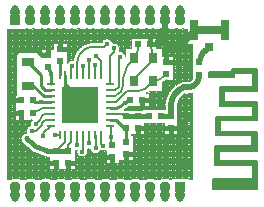
<source format=gtl>
G04*
G04 #@! TF.GenerationSoftware,Altium Limited,Altium Designer,21.0.3 (12)*
G04*
G04 Layer_Physical_Order=1*
G04 Layer_Color=255*
%FSLAX24Y24*%
%MOIN*%
G70*
G04*
G04 #@! TF.SameCoordinates,1E16EE85-DA87-49D5-AC5D-84A0441416AD*
G04*
G04*
G04 #@! TF.FilePolarity,Positive*
G04*
G01*
G75*
%ADD10C,0.0070*%
%ADD11C,0.0060*%
%ADD12C,0.0090*%
%ADD15R,0.0208X0.0208*%
%ADD16R,0.0188X0.0228*%
%ADD17R,0.0288X0.0668*%
%ADD18R,0.0258X0.0288*%
%ADD19R,0.0308X0.0368*%
%ADD20R,0.0188X0.0228*%
%ADD21R,0.0448X0.0288*%
%ADD22R,0.1228X0.1228*%
%ADD23R,0.0304X0.0098*%
%ADD24R,0.0098X0.0304*%
%ADD25R,0.0228X0.0188*%
%ADD41C,0.0180*%
%ADD42C,0.0080*%
%ADD43C,0.0190*%
%ADD44C,0.0043*%
%ADD45C,0.0200*%
%ADD46C,0.0220*%
%ADD47C,0.0110*%
%ADD48C,0.0250*%
%ADD49C,0.0160*%
%ADD50C,0.0157*%
%ADD51R,0.0820X0.0170*%
%ADD52R,0.0845X0.0140*%
%ADD53R,0.0135X0.0635*%
%ADD54R,0.1255X0.0130*%
%ADD55R,0.0145X0.0625*%
%ADD56R,0.1135X0.0130*%
%ADD57R,0.0135X0.0620*%
%ADD58R,0.1260X0.0125*%
%ADD59R,0.0140X0.0620*%
%ADD60R,0.1265X0.0115*%
%ADD61R,0.0115X0.0625*%
%ADD62R,0.0165X0.0510*%
%ADD63R,0.0180X0.0625*%
%ADD64R,0.1395X0.0160*%
%ADD65R,0.0145X0.0640*%
%ADD66R,0.1270X0.0135*%
%ADD67R,0.0145X0.0945*%
%ADD68R,0.1490X0.0330*%
%ADD69R,0.0378X0.0378*%
%ADD70O,0.0348X0.0378*%
%ADD71C,0.0378*%
%ADD72C,0.0259*%
%ADD73C,0.0159*%
D10*
X4250Y2930D02*
Y3260D01*
Y2695D02*
Y2930D01*
X3506Y4990D02*
Y5504D01*
X3500Y5510D02*
X3506Y5504D01*
X3703Y4990D02*
Y5342D01*
X4200Y4690D02*
Y5635D01*
X4335Y5770D01*
Y5895D01*
X3900Y4990D02*
Y5480D01*
X3730Y5650D02*
X3900Y5480D01*
X4200Y4493D02*
X4378D01*
X4495Y4610D01*
Y5570D01*
X4530Y5605D01*
X5520Y6025D02*
X5570Y5965D01*
X5620Y5560D01*
X5000Y4810D02*
Y4875D01*
X5620Y5495D01*
Y5560D01*
X4200Y3310D02*
X4250Y3260D01*
Y2695D02*
X4285Y2660D01*
X3703Y3010D02*
X3725Y2988D01*
Y2565D02*
Y2988D01*
X3309Y2484D02*
Y3010D01*
X3275Y2450D02*
X3309Y2484D01*
X2225Y3305D02*
Y3310D01*
X1985Y3065D02*
X2225Y3305D01*
X1985Y2980D02*
Y3065D01*
D11*
X5620Y4790D02*
G03*
X6075Y5045I-18J566D01*
G01*
X4366Y4296D02*
G03*
X4650Y4680I-119J385D01*
G01*
X5000Y5560D02*
G03*
X4650Y4940I656J-779D01*
G01*
X5150Y4460D02*
G03*
X5380Y4550I-88J562D01*
G01*
X5620Y4790D02*
Y4790D01*
X5380Y4550D02*
X5620Y4790D01*
X5000Y5560D02*
X5120Y5830D01*
X5000Y5560D02*
X5000Y5560D01*
X4366Y4296D02*
X4366D01*
X4200D02*
X4366D01*
X4650Y4680D02*
Y4940D01*
X7505Y4935D02*
Y5105D01*
Y4935D02*
X8325D01*
X7505Y5105D02*
X8265D01*
X5120Y5830D02*
Y6025D01*
X4200Y4099D02*
X4409D01*
X4770Y4460D01*
X5150D01*
X5620Y4790D02*
Y4810D01*
X2052Y3507D02*
X2225D01*
X1945Y3400D02*
X2052Y3507D01*
X1945Y3335D02*
Y3400D01*
X1750Y3140D02*
X1945Y3335D01*
X1590Y3140D02*
X1750D01*
X1725Y3370D02*
X1735D01*
X1855Y3490D01*
X1945Y3645D01*
X2015Y3700D01*
X2019Y3704D01*
X2225D01*
X1984Y3901D02*
X2225D01*
X1820Y3835D02*
X1984Y3901D01*
X1650Y3735D02*
X1820Y3835D01*
X8325Y4935D02*
Y5065D01*
X8965D01*
Y4600D02*
Y5065D01*
X7855Y4600D02*
X8965D01*
X7855Y3975D02*
Y4600D01*
Y3975D02*
X8955D01*
Y3610D02*
Y3975D01*
X7735Y3610D02*
X8955D01*
X7735Y2990D02*
Y3610D01*
Y2990D02*
X8945D01*
Y2640D02*
Y2990D01*
X7715Y2640D02*
X8945D01*
X7715Y2000D02*
Y2640D01*
Y2000D02*
X8960D01*
Y1520D02*
Y2000D01*
X7620Y1520D02*
X8960D01*
X7620Y1190D02*
Y1520D01*
Y1190D02*
X9110D01*
Y2135D01*
X7850D02*
X9110D01*
X7850D02*
Y2480D01*
X9110D01*
Y3105D01*
X7875D02*
X9110D01*
X7875D02*
Y3485D01*
X9110D01*
Y4105D01*
X7990D02*
X9110D01*
X7990D02*
Y4470D01*
X9110D01*
Y5205D01*
X8265D02*
X9110D01*
X8265Y5105D02*
Y5205D01*
D12*
X4426Y3901D02*
G03*
X4690Y4070I-61J386D01*
G01*
X2225Y4690D02*
Y5105D01*
X2717Y4710D02*
X2807Y4602D01*
X2717Y4710D02*
Y4990D01*
Y4527D02*
Y4710D01*
X2816Y4591D02*
X2816Y4591D01*
X2715Y4525D02*
X2816Y4591D01*
X2807Y4602D02*
X2816Y4591D01*
X2905Y4485D01*
X4200Y3901D02*
X4426D01*
X1716Y4099D02*
X2225D01*
X4690Y4070D02*
X4800Y4180D01*
X1650Y4165D02*
X1716Y4099D01*
X1994Y4296D02*
X2225D01*
X1640Y4650D02*
X1994Y4296D01*
X1460Y4650D02*
X1640D01*
X2135Y5195D02*
X2225Y5105D01*
X2135Y5195D02*
Y5265D01*
X2047Y4493D02*
X2225D01*
X1895Y4645D02*
X2047Y4493D01*
X1895Y4645D02*
Y5005D01*
X1470Y5430D02*
X1895Y5005D01*
X2520Y4990D02*
Y5460D01*
X2715Y4525D02*
X2717Y4527D01*
X2715Y4525D02*
X2905Y4485D01*
X4200Y3507D02*
X4403D01*
X4675Y3235D01*
X4735D01*
X4800Y4180D02*
X4885D01*
D15*
X7165Y5425D02*
D03*
D16*
X7170Y5015D02*
D03*
X1650Y4165D02*
D03*
Y3735D02*
D03*
X5490Y3630D02*
D03*
X5890D02*
D03*
X4885Y4180D02*
D03*
X5285D02*
D03*
X7170Y5015D02*
D03*
X7570D02*
D03*
X5120Y6025D02*
D03*
X5520D02*
D03*
D17*
X7010Y6485D02*
D03*
X8025D02*
D03*
D18*
X7515Y5930D02*
D03*
D19*
X5620Y5560D02*
D03*
X5000Y4810D02*
D03*
Y5560D02*
D03*
X5620Y4810D02*
D03*
D20*
X1250Y4165D02*
D03*
Y3735D02*
D03*
D21*
X1460Y5430D02*
D03*
Y4650D02*
D03*
D22*
X3215Y4005D02*
D03*
D23*
X4200Y4493D02*
D03*
Y4296D02*
D03*
Y4099D02*
D03*
Y3901D02*
D03*
Y3704D02*
D03*
Y3507D02*
D03*
X2225D02*
D03*
Y3704D02*
D03*
Y3901D02*
D03*
Y4099D02*
D03*
Y4296D02*
D03*
Y4493D02*
D03*
X4200Y4690D02*
D03*
Y3310D02*
D03*
X2225D02*
D03*
Y4690D02*
D03*
D24*
X3703Y3010D02*
D03*
X3506D02*
D03*
X3309D02*
D03*
X3111D02*
D03*
X2914D02*
D03*
X2717D02*
D03*
Y4990D02*
D03*
X2914D02*
D03*
X3111D02*
D03*
X3309D02*
D03*
X3506D02*
D03*
X3703D02*
D03*
X3900Y3010D02*
D03*
X2520D02*
D03*
Y4990D02*
D03*
X3900D02*
D03*
D25*
X2135Y5265D02*
D03*
Y5665D02*
D03*
X2530Y5470D02*
D03*
Y5870D02*
D03*
X2395Y2080D02*
D03*
Y2480D02*
D03*
X2810Y2070D02*
D03*
Y2470D02*
D03*
X4285Y2260D02*
D03*
Y2660D02*
D03*
X4730Y2380D02*
D03*
Y2780D02*
D03*
X4735Y3235D02*
D03*
Y3635D02*
D03*
X5125Y3235D02*
D03*
Y3635D02*
D03*
X6225Y3230D02*
D03*
Y3630D02*
D03*
X6075Y5045D02*
D03*
Y5445D02*
D03*
D41*
X1425Y2885D02*
G03*
X2110Y2470I869J661D01*
G01*
X4740Y3630D02*
X5490D01*
X2110Y2470D02*
X2810D01*
X5890Y3630D02*
X6225D01*
D42*
X3555Y5935D02*
G03*
X3111Y5421I98J-533D01*
G01*
X2914Y4990D02*
Y5289D01*
X2925Y5300D01*
X3309Y4990D02*
Y5306D01*
X3900Y2715D02*
Y3010D01*
Y2715D02*
X3965Y2650D01*
X3111Y2679D02*
Y3010D01*
X3506Y2729D02*
Y3010D01*
X2914Y2774D02*
Y3010D01*
X2810Y2670D02*
X2914Y2774D01*
X2810Y2470D02*
Y2670D01*
X2370Y3005D02*
X2515D01*
X2717Y2782D02*
Y3010D01*
X2415Y2480D02*
X2717Y2782D01*
X2395Y2480D02*
X2415D01*
X3111Y4990D02*
Y5421D01*
X4000Y5935D02*
X4095Y6030D01*
X3555Y5935D02*
X4000D01*
X4200Y3704D02*
X4591D01*
X4660Y3635D01*
X4735D01*
D43*
X6810Y4585D02*
G03*
X7170Y5015I-31J391D01*
G01*
X6645Y4585D02*
G03*
X6235Y4010I253J-614D01*
G01*
X7515Y5930D02*
G03*
X7165Y5425I310J-589D01*
G01*
X6645Y4585D02*
X6810D01*
X6810D01*
X6225Y3630D02*
X6235Y3640D01*
Y4010D01*
D44*
X1221Y1525D02*
G03*
X869Y1525I-176J-245D01*
G01*
X1720D02*
G03*
X1369Y1525I-176J-245D01*
G01*
X2219D02*
G03*
X1868Y1525I-176J-245D01*
G01*
X2076Y2271D02*
G03*
X2110Y2268I34J199D01*
G01*
X1406Y3086D02*
G03*
X1264Y2763I19J-201D01*
G01*
D02*
G03*
X2076Y2271I1030J784D01*
G01*
X1539Y3325D02*
G03*
X1406Y3086I51J-185D01*
G01*
X1593Y3509D02*
G03*
X1539Y3325I132J-139D01*
G01*
X2718Y1525D02*
G03*
X2367Y1525I-176J-245D01*
G01*
X3217D02*
G03*
X2866Y1525I-176J-245D01*
G01*
X3716D02*
G03*
X3365Y1525I-176J-245D01*
G01*
X4215D02*
G03*
X3864Y1525I-176J-245D01*
G01*
X3036Y2500D02*
G03*
X3087Y2485I79J175D01*
G01*
D02*
G03*
X3467Y2450I188J-35D01*
G01*
D02*
G03*
X3456Y2514I-192J0D01*
G01*
Y2538D02*
G03*
X3537Y2529I59J182D01*
G01*
D02*
G03*
X3893Y2472I188J36D01*
G01*
D02*
G03*
X4059Y2483I72J178D01*
G01*
X1215Y5757D02*
G03*
X1058Y5600I0J-157D01*
G01*
X1215Y5757D02*
G03*
X1058Y5600I0J-157D01*
G01*
X1816Y5711D02*
G03*
X1705Y5757I-111J-111D01*
G01*
X1816Y5711D02*
G03*
X1705Y5757I-111J-111D01*
G01*
X1405Y6550D02*
G03*
X1673Y6550I134J270D01*
G01*
X2964Y5488D02*
G03*
X2773Y5417I-39J-188D01*
G01*
X3526Y6084D02*
G03*
X2964Y5488I127J-683D01*
G01*
X4280Y6079D02*
G03*
X3912Y6087I-185J-49D01*
G01*
X1904Y6550D02*
G03*
X2172Y6550I134J270D01*
G01*
X2403D02*
G03*
X2671Y6550I134J270D01*
G01*
X2902D02*
G03*
X3170Y6550I134J270D01*
G01*
X3401D02*
G03*
X3669Y6550I134J270D01*
G01*
X3901D02*
G03*
X4169Y6550I134J270D01*
G01*
X4714Y1525D02*
G03*
X4363Y1525I-176J-245D01*
G01*
X5213D02*
G03*
X4862Y1525I-176J-245D01*
G01*
X5712D02*
G03*
X5361Y1525I-176J-245D01*
G01*
X4684Y3841D02*
G03*
X4736Y3884I-319J446D01*
G01*
X6211Y1525D02*
G03*
X5860Y1525I-176J-245D01*
G01*
X4718Y5644D02*
G03*
X4498Y5794I-188J-39D01*
G01*
D02*
G03*
X4527Y5895I-163J101D01*
G01*
D02*
G03*
X4280Y6079I-192J0D01*
G01*
X4736Y3884D02*
G03*
X4842Y3954I-46J186D01*
G01*
X5418Y4406D02*
G03*
X5458Y4431I-356J616D01*
G01*
X5947Y4737D02*
G03*
X6086Y4839I-346J619D01*
G01*
X4400Y6550D02*
G03*
X4668Y6550I134J270D01*
G01*
X4899D02*
G03*
X5167Y6550I134J270D01*
G01*
X5398D02*
G03*
X5666Y6550I134J270D01*
G01*
X6566Y4777D02*
G03*
X6028Y4022I332J-805D01*
G01*
X6690Y4378D02*
G03*
X6442Y4003I208J-407D01*
G01*
X6826Y4378D02*
G03*
X6945Y4400I-47J598D01*
G01*
X6645Y4792D02*
G03*
X6566Y4777I0J-207D01*
G01*
X6800Y4792D02*
G03*
X6945Y4893I-21J184D01*
G01*
X5897Y6550D02*
G03*
X6165Y6550I134J270D01*
G01*
X6396D02*
G03*
X6664Y6550I134J270D01*
G01*
X767Y1525D02*
X869D01*
X1221D02*
X1369D01*
X767Y1540D02*
X892D01*
X767Y1579D02*
X1008D01*
X1198Y1540D02*
X1391D01*
X767Y1894D02*
X2169D01*
X1082Y1579D02*
X1507D01*
X767Y1933D02*
X2169D01*
X767Y1973D02*
X2169D01*
X1426Y1557D02*
Y2587D01*
X1465Y1571D02*
Y2552D01*
X767Y2288D02*
X1993D01*
X767Y2327D02*
X1860D01*
X767Y2366D02*
X1762D01*
X767Y2406D02*
X1682D01*
X767Y2445D02*
X1614D01*
X767Y2485D02*
X1554D01*
X767Y2524D02*
X1500D01*
X767Y2012D02*
X2169D01*
X767Y2052D02*
X2169D01*
X767Y2091D02*
X2169D01*
X767Y2130D02*
X2169D01*
X767Y2170D02*
X2169D01*
X767Y2209D02*
X2169D01*
X767Y2248D02*
X2169D01*
X1780Y1525D02*
Y2359D01*
X1819Y1525D02*
Y2342D01*
X1859Y1525D02*
Y2327D01*
X1662Y1557D02*
Y2417D01*
X1741Y1525D02*
Y2376D01*
X1701Y1537D02*
Y2396D01*
X1720Y1525D02*
X1868D01*
X1697Y1540D02*
X1890D01*
X1898Y1544D02*
Y2314D01*
X2174Y1552D02*
Y1874D01*
X2213Y1529D02*
Y1874D01*
X2253Y1525D02*
Y1874D01*
X1581Y1579D02*
X2006D01*
X1938Y1562D02*
Y2302D01*
X1977Y1574D02*
Y2292D01*
X1505Y1579D02*
Y2521D01*
X1544Y1581D02*
Y2492D01*
X1583Y1579D02*
Y2465D01*
X1623Y1571D02*
Y2440D01*
X2056Y1581D02*
Y2274D01*
X2095Y1577D02*
Y2268D01*
X2016Y1580D02*
Y2282D01*
X2110Y2268D02*
X2169D01*
X2134Y1567D02*
Y2268D01*
X2169Y1874D02*
Y2268D01*
X767Y2800D02*
X1242D01*
X767Y2878D02*
X1223D01*
X767Y2918D02*
X1225D01*
X767Y1525D02*
Y6519D01*
X796Y1525D02*
Y6519D01*
X835Y1525D02*
Y6519D01*
X767Y2563D02*
X1452D01*
X767Y2603D02*
X1408D01*
X767Y2642D02*
X1368D01*
X767Y2681D02*
X1331D01*
X767Y2721D02*
X1297D01*
X767Y2760D02*
X1266D01*
X767Y2839D02*
X1228D01*
X767Y2957D02*
X1236D01*
X767Y2996D02*
X1256D01*
X767Y3036D02*
X1290D01*
X767Y3075D02*
X1356D01*
X767Y3115D02*
X1400D01*
X767Y3154D02*
X1399D01*
X767Y3193D02*
X1406D01*
X767Y3233D02*
X1422D01*
X767Y3272D02*
X1451D01*
X767Y3311D02*
X1504D01*
X767Y3351D02*
X1534D01*
X767Y3390D02*
X1534D01*
X767Y3429D02*
X1543D01*
X767Y3469D02*
X1561D01*
X875Y1529D02*
Y6519D01*
X1071Y1580D02*
Y3509D01*
X1111Y1574D02*
Y3509D01*
X914Y1551D02*
Y6519D01*
X953Y1567D02*
Y6519D01*
X993Y1577D02*
Y6519D01*
X1032Y1581D02*
Y6519D01*
X1308Y1525D02*
Y2708D01*
X1347Y1525D02*
Y2664D01*
X1386Y1537D02*
Y2624D01*
X1190Y1544D02*
Y3509D01*
X1150Y1562D02*
Y3509D01*
X1229Y1525D02*
Y2836D01*
X1268Y1525D02*
Y2757D01*
X1229Y2934D02*
Y3509D01*
X1268Y3013D02*
Y3509D01*
X1308Y3050D02*
Y3509D01*
X1347Y3072D02*
Y3509D01*
X1386Y3083D02*
Y3509D01*
X1426Y3239D02*
Y3509D01*
X1465Y3286D02*
Y3509D01*
X1505Y3312D02*
Y3509D01*
X1544Y3433D02*
Y3509D01*
X2196Y1540D02*
X2389D01*
X2219Y1525D02*
X2367D01*
X2292D02*
Y1874D01*
X2331Y1525D02*
Y1874D01*
X2371Y1528D02*
Y1874D01*
X2410Y1551D02*
Y1874D01*
X2081Y1579D02*
X2505D01*
X2695Y1540D02*
X2888D01*
X2580Y1579D02*
X3004D01*
X2449Y1567D02*
Y1874D01*
X2489Y1577D02*
Y1874D01*
X2528Y1581D02*
Y1874D01*
X2169D02*
X2584D01*
X2567Y1580D02*
Y1874D01*
X2607Y1574D02*
Y1864D01*
X2584Y1874D02*
X2621D01*
X2646Y1563D02*
Y1864D01*
X2584D02*
X3036D01*
X767Y1618D02*
X6945D01*
X767Y1658D02*
X6945D01*
X767Y1697D02*
X6945D01*
X767Y1737D02*
X6945D01*
X767Y1776D02*
X6945D01*
X767Y1815D02*
X6945D01*
X767Y1855D02*
X6945D01*
X2686Y1545D02*
Y1864D01*
X2718Y1525D02*
X2866D01*
X2725D02*
Y1864D01*
X2764Y1525D02*
Y1864D01*
X2804Y1525D02*
Y1864D01*
X2843Y1525D02*
Y1864D01*
X2882Y1536D02*
Y1864D01*
X3217Y1525D02*
X3365D01*
X3716D02*
X3864D01*
X3194Y1540D02*
X3387D01*
X2922Y1557D02*
Y1864D01*
X3079Y1579D02*
X3503D01*
X3693Y1540D02*
X3887D01*
X3578Y1579D02*
X4002D01*
X2961Y1571D02*
Y1864D01*
X3001Y1579D02*
Y1864D01*
X3036Y1894D02*
X6945D01*
X3036Y1933D02*
X6945D01*
X3036Y1973D02*
X6945D01*
X3036Y2012D02*
X6945D01*
X3036Y2052D02*
X6945D01*
X4059Y2054D02*
X4511D01*
X3036Y2091D02*
X4059D01*
X3158Y1558D02*
Y2298D01*
X3036Y1864D02*
Y2264D01*
X3040Y1581D02*
Y2499D01*
X3079Y1579D02*
Y2487D01*
X3119Y1571D02*
Y2339D01*
X3197Y1538D02*
Y2275D01*
X3237Y1525D02*
Y2262D01*
X3276Y1525D02*
Y2258D01*
X3316Y1525D02*
Y2263D01*
X3355Y1525D02*
Y2276D01*
X3394Y1544D02*
Y2300D01*
X3434Y1562D02*
Y2342D01*
X3036Y2327D02*
X3128D01*
X3036Y2366D02*
X3102D01*
X3036Y2406D02*
X3088D01*
X3036Y2445D02*
X3083D01*
X3036Y2485D02*
X3086D01*
X3036Y2276D02*
Y2500D01*
Y2130D02*
X4059D01*
X3036Y2170D02*
X4059D01*
X3036Y2209D02*
X4059D01*
X3036Y2248D02*
X4059D01*
X3036Y2288D02*
X3173D01*
X3377D02*
X4059D01*
X3630Y1568D02*
Y2398D01*
X3709Y1530D02*
Y2374D01*
X3670Y1552D02*
Y2381D01*
X3473Y1574D02*
Y2533D01*
X3512Y1580D02*
Y2528D01*
X3552Y1581D02*
Y2483D01*
X3591Y1577D02*
Y2428D01*
X3749Y1525D02*
Y2375D01*
X3788Y1525D02*
Y2384D01*
X3827Y1525D02*
Y2403D01*
X3867Y1527D02*
Y2436D01*
X3906Y1550D02*
Y2468D01*
X3945Y1566D02*
Y2459D01*
X3985Y1576D02*
Y2459D01*
X3462Y2406D02*
X3618D01*
X3467Y2445D02*
X3575D01*
X3464Y2485D02*
X3551D01*
X4024Y1581D02*
Y2468D01*
X3422Y2327D02*
X4059D01*
X3448Y2366D02*
X4059D01*
X3832Y2406D02*
X4059D01*
X3875Y2445D02*
X4059D01*
Y2054D02*
Y2454D01*
X767Y3548D02*
X1044D01*
X767Y3587D02*
X1044D01*
X767Y3626D02*
X1044D01*
X767Y3666D02*
X1044D01*
X767Y3705D02*
X1044D01*
X767Y3744D02*
X1044D01*
X767Y3508D02*
X1592D01*
X767Y3784D02*
X1044D01*
X767Y3823D02*
X1044D01*
X767Y3863D02*
X1044D01*
X767Y3902D02*
X1044D01*
X767Y3981D02*
X1044D01*
X767Y4020D02*
X1044D01*
X767Y4059D02*
X1044D01*
X767Y4099D02*
X1044D01*
X767Y4138D02*
X1044D01*
X767Y4178D02*
X1044D01*
X767Y4217D02*
X1044D01*
X767Y4256D02*
X1044D01*
X767Y4296D02*
X1044D01*
X767Y4335D02*
X1044D01*
X767Y4374D02*
X1044D01*
X767Y4414D02*
X1058D01*
X767Y4453D02*
X1058D01*
X767Y4492D02*
X1058D01*
X767Y4532D02*
X1058D01*
X767Y4571D02*
X1058D01*
X1044Y3509D02*
Y3939D01*
Y3961D02*
Y4391D01*
X1058Y4345D02*
Y4391D01*
X767Y4611D02*
X1058D01*
X767Y4650D02*
X1058D01*
X767Y4689D02*
X1058D01*
X1044Y3509D02*
X1444D01*
X1456D02*
X1593D01*
X767Y4729D02*
X1058D01*
X767Y4768D02*
X1058D01*
X767Y4807D02*
X1058D01*
X767Y4847D02*
X1058D01*
X767Y4886D02*
X1058D01*
X767Y4926D02*
X1058D01*
X767Y4965D02*
X1058D01*
X767Y5004D02*
X1058D01*
X767Y5044D02*
X1058D01*
X767Y5083D02*
X1058D01*
X767Y5122D02*
X1058D01*
X767Y5162D02*
X1058D01*
X767Y5201D02*
X1058D01*
X767Y5240D02*
X1058D01*
X767Y5280D02*
X1058D01*
X767Y5319D02*
X1058D01*
X767Y5359D02*
X1058D01*
X767Y5398D02*
X1058D01*
X767Y5437D02*
X1058D01*
X767Y5477D02*
X1058D01*
X767Y5516D02*
X1058D01*
X767Y5555D02*
X1058D01*
Y4391D02*
Y5600D01*
X767Y5595D02*
X1058D01*
X767Y5634D02*
X1062D01*
X767Y5674D02*
X1076D01*
X767Y5713D02*
X1106D01*
X1071Y5664D02*
Y6519D01*
X1111Y5718D02*
Y6519D01*
X767Y5752D02*
X1176D01*
X1150Y5743D02*
Y6519D01*
X1190Y5755D02*
Y6519D01*
X1229Y5757D02*
Y6519D01*
X767D02*
Y6550D01*
X1268Y5757D02*
Y6519D01*
X1308Y5757D02*
Y6519D01*
X767Y5792D02*
X1909D01*
X1215Y5757D02*
X1705D01*
X767Y5831D02*
X1909D01*
X767Y5870D02*
X1909D01*
X767Y6519D02*
X1341D01*
X1347Y5757D02*
Y6550D01*
X1341Y6519D02*
Y6550D01*
X1505Y5757D02*
Y6521D01*
X1386Y5757D02*
Y6550D01*
X1426Y5757D02*
Y6541D01*
X1780Y5738D02*
Y6550D01*
X1465Y5757D02*
Y6528D01*
X1816Y5711D02*
X1909Y5619D01*
X1854Y5674D02*
X1909D01*
X1814Y5713D02*
X1909D01*
X1859Y5668D02*
Y6550D01*
X1819Y5708D02*
Y6550D01*
X1909Y5619D02*
Y5871D01*
X1898Y5629D02*
Y6550D01*
X1341D02*
X1405D01*
X1544Y5757D02*
Y6519D01*
X1583Y5757D02*
Y6522D01*
X1341Y6540D02*
X1428D01*
X1623Y5757D02*
Y6530D01*
X1662Y5757D02*
Y6545D01*
X1701Y5757D02*
Y6550D01*
X1744Y5752D02*
X1909D01*
X1741Y5753D02*
Y6550D01*
X1650Y6540D02*
X1927D01*
X1673Y6550D02*
X1904D01*
X1938Y5871D02*
Y6536D01*
X1977Y5871D02*
Y6525D01*
X1909Y5871D02*
X2238D01*
X2304D01*
X2238Y5872D02*
X2304D01*
X2016Y5871D02*
Y6519D01*
X2056Y5871D02*
Y6519D01*
X767Y5910D02*
X2304D01*
X767Y5949D02*
X2304D01*
X767Y5989D02*
X2304D01*
X767Y6028D02*
X2304D01*
Y5872D02*
Y6076D01*
X767Y6067D02*
X2304D01*
Y6076D02*
X2756D01*
X767Y6107D02*
X3919D01*
X767Y6146D02*
X3942D01*
X767Y6185D02*
X3983D01*
X2489Y6076D02*
Y6523D01*
X2528Y6076D02*
Y6519D01*
X767Y6225D02*
X4914D01*
X767Y6264D02*
X6754D01*
X767Y6303D02*
X6754D01*
X767Y6343D02*
X6754D01*
X767Y6382D02*
X6754D01*
X767Y6422D02*
X6754D01*
X767Y6461D02*
X6754D01*
X2756Y5437D02*
X2791D01*
X2756Y5477D02*
X2851D01*
X2756Y5516D02*
X2968D01*
X2756Y5555D02*
X2976D01*
X2756Y5417D02*
Y5664D01*
Y5676D02*
Y6076D01*
Y5595D02*
X2986D01*
X2756Y5634D02*
X2999D01*
X2756Y5713D02*
X3033D01*
X2756Y5752D02*
X3054D01*
X3001Y5639D02*
Y6521D01*
X3040Y5727D02*
Y6519D01*
X2756Y5792D02*
X3079D01*
X2756Y5831D02*
X3107D01*
X2756Y5870D02*
X3141D01*
X2756Y5910D02*
X3180D01*
X2567Y6076D02*
Y6520D01*
X3079Y5793D02*
Y6522D01*
X2756Y5949D02*
X3226D01*
X2756Y5989D02*
X3282D01*
X2756Y6028D02*
X3353D01*
X2756Y6067D02*
X3455D01*
X3512Y6082D02*
Y6519D01*
X3555Y6087D02*
X3912D01*
X3591D02*
Y6524D01*
X2095Y5871D02*
Y6524D01*
X2134Y5871D02*
Y6534D01*
X2174Y5871D02*
Y6550D01*
X2213Y5871D02*
Y6550D01*
X2253Y5872D02*
Y6550D01*
X2292Y5872D02*
Y6550D01*
X2331Y6076D02*
Y6550D01*
X2804Y5448D02*
Y6550D01*
X2371Y6076D02*
Y6550D01*
X2843Y5473D02*
Y6550D01*
X2882Y5487D02*
Y6550D01*
X2922Y5492D02*
Y6541D01*
X2961Y5488D02*
Y6528D01*
X2410Y6076D02*
Y6547D01*
X2172Y6550D02*
X2403D01*
X2449Y6076D02*
Y6532D01*
X2149Y6540D02*
X2426D01*
X2607Y6076D02*
Y6527D01*
X2646Y6076D02*
Y6539D01*
X767Y6500D02*
X6754D01*
X2686Y6076D02*
Y6550D01*
X2671D02*
X2902D01*
X2648Y6540D02*
X2925D01*
X2725Y6076D02*
Y6550D01*
X3119Y5845D02*
Y6530D01*
X3158Y5889D02*
Y6544D01*
X3197Y5926D02*
Y6550D01*
X3237Y5957D02*
Y6550D01*
X3276Y5985D02*
Y6550D01*
X3316Y6008D02*
Y6550D01*
X3355Y6029D02*
Y6550D01*
X3394Y6046D02*
Y6550D01*
X3434Y6061D02*
Y6536D01*
X3473Y6072D02*
Y6525D01*
X3630Y6087D02*
Y6534D01*
X3670Y6087D02*
Y6550D01*
X3709Y6087D02*
Y6550D01*
X3749Y6087D02*
Y6550D01*
X3147Y6540D02*
X3425D01*
X3170Y6550D02*
X3401D01*
X3788Y6087D02*
Y6550D01*
X3827Y6087D02*
Y6550D01*
X3867Y6087D02*
Y6550D01*
X3906Y6087D02*
Y6547D01*
X3985Y6187D02*
Y6523D01*
X4024Y6208D02*
Y6519D01*
X4064Y6219D02*
Y6520D01*
X3646Y6540D02*
X3924D01*
X3669Y6550D02*
X3901D01*
X3945Y6150D02*
Y6532D01*
X4182Y1546D02*
Y2054D01*
X4215Y1525D02*
X4363D01*
X4221D02*
Y2054D01*
X4260Y1525D02*
Y2054D01*
X4300Y1525D02*
Y2054D01*
X4339Y1525D02*
Y2054D01*
X4077Y1579D02*
X4501D01*
X4714Y1525D02*
X4862D01*
X4193Y1540D02*
X4386D01*
X4379Y1535D02*
Y2054D01*
X4418Y1556D02*
Y2054D01*
X4654Y1558D02*
Y2174D01*
X4064Y1580D02*
Y2054D01*
X4103Y1575D02*
Y2054D01*
X4142Y1563D02*
Y2054D01*
X4457Y1570D02*
Y2054D01*
X4497Y1578D02*
Y2054D01*
X4511D02*
Y2174D01*
X4536Y1581D02*
Y2174D01*
X4576Y1579D02*
X5000D01*
X4575Y1579D02*
Y2174D01*
X4615Y1572D02*
Y2174D01*
X4511D02*
X4956D01*
X4692Y1540D02*
X4885D01*
X4733Y1525D02*
Y2174D01*
X4693Y1539D02*
Y2174D01*
X4772Y1525D02*
Y2174D01*
X4812Y1525D02*
Y2174D01*
X4851Y1525D02*
Y2174D01*
X5213Y1525D02*
X5361D01*
X5712D02*
X5860D01*
X4890Y1543D02*
Y2174D01*
X4930Y1561D02*
Y2174D01*
X5166Y1553D02*
Y3029D01*
X4902Y2986D02*
X4956D01*
Y2174D02*
Y2574D01*
Y2586D02*
Y2986D01*
X4902D02*
Y3029D01*
X4930Y2986D02*
Y3029D01*
X4969Y1574D02*
Y3029D01*
X4902D02*
X4961D01*
X4902D02*
X4961D01*
X5191Y1540D02*
X5384D01*
X5075Y1579D02*
X5499D01*
X5008Y1580D02*
Y3029D01*
X5048Y1581D02*
Y3029D01*
X5087Y1577D02*
Y3029D01*
X5127Y1568D02*
Y3029D01*
X4684Y3841D02*
X4899D01*
X4733D02*
Y3881D01*
X4772Y3841D02*
Y3897D01*
X4812Y3841D02*
Y3922D01*
X4851Y3841D02*
Y3954D01*
X5205Y1531D02*
Y3029D01*
X5245Y1525D02*
Y3029D01*
X5284Y1525D02*
Y3029D01*
X4961D02*
X5351D01*
X4899Y3832D02*
X4961D01*
X4899Y3841D02*
X4961D01*
X4899D02*
X4961D01*
X4890D02*
Y3954D01*
X4930Y3841D02*
Y3954D01*
X4969Y3841D02*
Y3954D01*
X5008Y3841D02*
Y3954D01*
X5048Y3841D02*
Y3954D01*
X4961Y3841D02*
X5284D01*
X5127D02*
Y3954D01*
X5284Y3856D02*
X5684D01*
X5166Y3841D02*
Y3954D01*
X5205Y3841D02*
Y3954D01*
X5245Y3841D02*
Y3954D01*
X5284Y3856D02*
Y3954D01*
X5323Y1525D02*
Y3029D01*
X5363Y1526D02*
Y3404D01*
X5351Y3029D02*
Y3404D01*
X5402Y1550D02*
Y3404D01*
X5442Y1566D02*
Y3404D01*
X5481Y1576D02*
Y3404D01*
X5520Y1581D02*
Y3404D01*
X5560Y1581D02*
Y3404D01*
X5599Y1575D02*
Y3404D01*
X5638Y1564D02*
Y3404D01*
X5717Y1525D02*
Y3404D01*
X5678Y1546D02*
Y3404D01*
X5756Y1525D02*
Y3404D01*
X5796Y1525D02*
Y3404D01*
X5323Y3856D02*
Y3954D01*
X5363Y3856D02*
Y3954D01*
X5402Y3856D02*
Y3954D01*
X5442Y3856D02*
Y3954D01*
X5481Y3856D02*
Y3954D01*
X5520Y3856D02*
Y4468D01*
X5560Y3856D02*
Y4468D01*
X5351Y3404D02*
X5684D01*
X5599Y3856D02*
Y4468D01*
X5638Y3856D02*
Y4468D01*
X5678Y3856D02*
Y4468D01*
X5717Y3856D02*
Y4468D01*
X5756Y3856D02*
Y4468D01*
X5796Y3856D02*
Y4468D01*
X4511Y2091D02*
X6945D01*
X4511Y2130D02*
X6945D01*
X4511Y2170D02*
X6945D01*
X4956Y2209D02*
X6945D01*
X4956Y2248D02*
X6945D01*
X4956Y2288D02*
X6945D01*
X4956Y2327D02*
X6945D01*
X4956Y2366D02*
X6945D01*
X4956Y2406D02*
X6945D01*
X4956Y2445D02*
X6945D01*
X4956Y2485D02*
X6945D01*
X4956Y2524D02*
X6945D01*
X4956Y2563D02*
X6945D01*
X4956Y2603D02*
X6945D01*
X4956Y2642D02*
X6945D01*
X4956Y2681D02*
X6945D01*
X4956Y2721D02*
X6945D01*
X5351Y3036D02*
X5999D01*
X5351Y3075D02*
X5999D01*
X5351Y3115D02*
X5999D01*
X4956Y2760D02*
X6945D01*
X4956Y2800D02*
X6945D01*
X4956Y2839D02*
X6945D01*
X4956Y2878D02*
X6945D01*
X4902Y2996D02*
X6945D01*
X4956Y2918D02*
X6945D01*
X4956Y2957D02*
X6945D01*
X5574Y1579D02*
X5999D01*
X5690Y1540D02*
X5883D01*
X6032Y1581D02*
Y3024D01*
X6071Y1579D02*
Y3024D01*
X6111Y1572D02*
Y3024D01*
X6150Y1559D02*
Y3024D01*
X6190Y1539D02*
Y3024D01*
X6189Y1540D02*
X6234D01*
X6836Y1525D02*
X6945D01*
X6836Y1540D02*
X6945D01*
X6073Y1579D02*
X6234D01*
Y1525D02*
Y1581D01*
X6836Y1525D02*
Y1581D01*
X6268D02*
Y3024D01*
X6308Y1581D02*
Y3024D01*
X6347Y1581D02*
Y3024D01*
X5351Y3154D02*
X5999D01*
X5351Y3193D02*
X5999D01*
X6386Y1581D02*
Y3024D01*
X6426Y1581D02*
Y3024D01*
X5999D02*
X6451D01*
X6234Y1581D02*
X6836D01*
Y1579D02*
X6945D01*
X6451Y3036D02*
X6945D01*
X6451Y3075D02*
X6945D01*
X6451Y3115D02*
X6945D01*
X6451Y3154D02*
X6945D01*
X5835Y1525D02*
Y3404D01*
X5875Y1535D02*
Y3404D01*
X5914Y1556D02*
Y3404D01*
X5953Y1570D02*
Y3404D01*
X5993Y1578D02*
Y3404D01*
X5999Y3024D02*
Y3404D01*
X5351Y3233D02*
X5999D01*
X6451Y3193D02*
X6945D01*
X6451Y3233D02*
X6945D01*
X5351Y3272D02*
X5999D01*
X5351Y3311D02*
X5999D01*
X5351Y3351D02*
X5999D01*
X5351Y3390D02*
X5999D01*
X5835Y3856D02*
Y4468D01*
X5875Y3856D02*
Y4468D01*
X5914Y3856D02*
Y4468D01*
X5953Y3856D02*
Y4741D01*
X5696Y3404D02*
X5999D01*
X6451Y3272D02*
X6945D01*
X6451Y3311D02*
X6945D01*
X4711Y3863D02*
X6028D01*
X5696Y3856D02*
X6028D01*
X5993D02*
Y4765D01*
X6028Y3856D02*
Y4010D01*
X6451Y3024D02*
Y3424D01*
X6465Y1581D02*
Y4117D01*
X6504Y1581D02*
Y4203D01*
X6544Y1581D02*
Y4260D01*
X6583Y1581D02*
Y4302D01*
X6623Y1581D02*
Y4336D01*
X6662Y1581D02*
Y4362D01*
X6701Y1581D02*
Y4378D01*
X6741Y1581D02*
Y4378D01*
X6780Y1581D02*
Y4378D01*
X6859Y1525D02*
Y4382D01*
X6898Y1525D02*
Y4388D01*
X6945Y1525D02*
Y4400D01*
X6938Y1525D02*
Y4398D01*
X6451Y3351D02*
X6945D01*
X6451Y3390D02*
X6945D01*
X6451Y3469D02*
X6945D01*
X6451Y3508D02*
X6945D01*
X6451Y3548D02*
X6945D01*
X6451Y3436D02*
Y3836D01*
X6442D02*
Y4003D01*
X6451Y3587D02*
X6945D01*
X6451Y3626D02*
X6945D01*
X6451Y3666D02*
X6945D01*
X6451Y3705D02*
X6945D01*
X6451Y3744D02*
X6945D01*
X6451Y3784D02*
X6945D01*
X6451Y3823D02*
X6945D01*
X4718Y5644D02*
Y5892D01*
X4536Y5797D02*
Y6519D01*
X4575Y5791D02*
Y6521D01*
X4782Y3902D02*
X6028D01*
X4842Y3954D02*
X5079D01*
X4574Y5792D02*
X4718D01*
X4516Y5831D02*
X4718D01*
X4832Y3941D02*
X6028D01*
X4653Y5752D02*
X4718D01*
X4525Y5870D02*
X4718D01*
Y5892D02*
X4914D01*
X4526Y5910D02*
X4914D01*
X4502Y5989D02*
X4914D01*
X4497Y5998D02*
Y6521D01*
X4914Y5892D02*
Y6251D01*
X4519Y5949D02*
X4914D01*
X4271Y6107D02*
X4914D01*
X4473Y6028D02*
X4914D01*
X4419Y6067D02*
X4914D01*
X4248Y6146D02*
X4914D01*
X4207Y6185D02*
X4914D01*
Y6251D02*
X5314D01*
X5008D02*
Y6520D01*
X5091Y3954D02*
X5491D01*
Y3981D02*
X6028D01*
X5491Y4059D02*
X6031D01*
X5491Y3954D02*
Y4406D01*
X6032Y4068D02*
Y4793D01*
X5491Y4099D02*
X6036D01*
X5491Y4138D02*
X6043D01*
X5491Y4178D02*
X6051D01*
X5491Y4217D02*
X6062D01*
X5491Y4256D02*
X6075D01*
X6071Y4247D02*
Y4826D01*
X5491Y4296D02*
X6089D01*
X5418Y4406D02*
X5491D01*
X5726Y5892D02*
Y6251D01*
X5048D02*
Y6519D01*
X5087Y6251D02*
Y6524D01*
X5326Y6251D02*
X5726D01*
X5491Y4335D02*
X6106D01*
X5499Y4468D02*
X5947D01*
Y4737D01*
X5726Y5892D02*
X5947D01*
Y5651D02*
Y5892D01*
X4300Y6083D02*
Y6550D01*
X4339Y6087D02*
Y6550D01*
X4379Y6082D02*
Y6550D01*
X4418Y6068D02*
Y6542D01*
X4615Y5777D02*
Y6530D01*
X4457Y6043D02*
Y6528D01*
X4654Y5751D02*
Y6544D01*
X4693Y5705D02*
Y6550D01*
X4733Y5892D02*
Y6550D01*
X4772Y5892D02*
Y6550D01*
X4812Y5892D02*
Y6550D01*
X4851Y5892D02*
Y6550D01*
X4890Y5892D02*
Y6550D01*
X4103Y6222D02*
Y6526D01*
X4142Y6216D02*
Y6539D01*
X4182Y6201D02*
Y6550D01*
X4169D02*
X4400D01*
X4145Y6540D02*
X4423D01*
X4260Y6127D02*
Y6550D01*
X4221Y6174D02*
Y6550D01*
X4930Y6251D02*
Y6537D01*
X4668Y6550D02*
X4899D01*
X4645Y6540D02*
X4922D01*
X4969Y6251D02*
Y6525D01*
X5127Y6251D02*
Y6534D01*
X5166Y6251D02*
Y6550D01*
X5205Y6251D02*
Y6550D01*
X5245Y6251D02*
Y6550D01*
X5284Y6251D02*
Y6550D01*
X5363Y6251D02*
Y6550D01*
X5756Y5892D02*
Y6550D01*
X5796Y5892D02*
Y6550D01*
X5993Y5651D02*
Y6521D01*
X6032Y5651D02*
Y6519D01*
X6071Y5651D02*
Y6521D01*
X5835Y5892D02*
Y6550D01*
X5875Y5892D02*
Y6550D01*
X5953Y5651D02*
Y6529D01*
X5914Y5892D02*
Y6542D01*
X5481Y6251D02*
Y6523D01*
X5520Y6251D02*
Y6519D01*
X5560Y6251D02*
Y6520D01*
X5144Y6540D02*
X5421D01*
X5167Y6550D02*
X5398D01*
X5402Y6251D02*
Y6548D01*
X5442Y6251D02*
Y6532D01*
X5599Y6251D02*
Y6526D01*
X5638Y6251D02*
Y6538D01*
X5678Y6251D02*
Y6550D01*
X5643Y6540D02*
X5920D01*
X5717Y6251D02*
Y6550D01*
X5666D02*
X5897D01*
X5431Y4414D02*
X6147D01*
X5491Y4374D02*
X6126D01*
X5947Y4492D02*
X6200D01*
X6111Y4345D02*
Y4839D01*
X6150Y4418D02*
Y4839D01*
X6190Y4478D02*
Y4839D01*
X5947Y4532D02*
X6231D01*
X5947Y4571D02*
X6266D01*
X5947Y4611D02*
X6306D01*
X5947Y4650D02*
X6352D01*
X6229Y4529D02*
Y4839D01*
X6268Y4573D02*
Y4839D01*
X5947Y4689D02*
X6405D01*
X5947Y4729D02*
X6468D01*
X5997Y4768D02*
X6546D01*
X6050Y4807D02*
X6856D01*
X6086Y4839D02*
X6301D01*
Y4847D02*
X6912D01*
X6301Y4886D02*
X6941D01*
X6301Y4926D02*
X6945D01*
X6301Y4965D02*
X6945D01*
X6301Y5004D02*
X6945D01*
X6301Y5044D02*
X6945D01*
X6301Y5083D02*
X6945D01*
X6301Y5122D02*
X6945D01*
X6301Y5162D02*
X6945D01*
X6442Y3863D02*
X6945D01*
X6442Y3902D02*
X6945D01*
X6442Y3941D02*
X6945D01*
X6442Y3981D02*
X6945D01*
X6444Y4020D02*
X6945D01*
X6450Y4059D02*
X6945D01*
X6459Y4099D02*
X6945D01*
X6473Y4138D02*
X6945D01*
X6490Y4178D02*
X6945D01*
X6513Y4217D02*
X6945D01*
X6541Y4256D02*
X6945D01*
X6576Y4296D02*
X6945D01*
X6622Y4335D02*
X6945D01*
X6690Y4378D02*
X6810D01*
X6683Y4374D02*
X6945D01*
X6301Y4839D02*
Y5239D01*
X6645Y4792D02*
X6800D01*
X6301Y5201D02*
X6945D01*
X6301Y5280D02*
X6945D01*
X6301Y5319D02*
X6945D01*
X6301Y5359D02*
X6945D01*
X6301Y5398D02*
X6945D01*
X6301Y5437D02*
X6945D01*
X6301Y5477D02*
X6945D01*
X6111Y5651D02*
Y6529D01*
X6150Y5651D02*
Y6543D01*
X6190Y5651D02*
Y6550D01*
X6229Y5651D02*
Y6550D01*
X6268Y5651D02*
Y6550D01*
X5947Y5651D02*
X6301D01*
X5947Y5674D02*
X6945D01*
X5947Y5713D02*
X6945D01*
X5947Y5752D02*
X6945D01*
X5947Y5792D02*
X6945D01*
X5947Y5831D02*
X6945D01*
X5726Y6067D02*
X6754D01*
X5726Y6107D02*
X6754D01*
X5726Y6146D02*
X6754D01*
X6142Y6540D02*
X6419D01*
X6165Y6550D02*
X6396D01*
X5726Y5910D02*
X6945D01*
X5947Y5870D02*
X6945D01*
X5726Y5949D02*
X6945D01*
X5726Y5989D02*
X6945D01*
X5726Y6028D02*
X6945D01*
X5726Y6185D02*
X6754D01*
X5726Y6225D02*
X6754D01*
X6308Y4612D02*
Y6550D01*
X6504Y4748D02*
Y6520D01*
X6544Y4767D02*
Y6519D01*
X6347Y4646D02*
Y6550D01*
X6386Y4676D02*
Y6550D01*
X6426Y4703D02*
Y6537D01*
X6465Y4727D02*
Y6526D01*
X6583Y4783D02*
Y6523D01*
X6780Y4792D02*
Y6039D01*
X6819Y4795D02*
Y6039D01*
X6623Y4791D02*
Y6533D01*
X6662Y4792D02*
Y6549D01*
X6701Y4792D02*
Y6550D01*
X6741Y4792D02*
Y6550D01*
X6301Y5251D02*
Y5651D01*
X6859Y4809D02*
Y6039D01*
X6898Y4834D02*
Y6039D01*
X6664Y6550D02*
X6754D01*
Y6039D02*
Y6550D01*
X6641Y6540D02*
X6754D01*
X6301Y5516D02*
X6945D01*
X6301Y5555D02*
X6945D01*
X6301Y5595D02*
X6945D01*
X6301Y5634D02*
X6945D01*
X6754Y6039D02*
X6945D01*
X6938Y4880D02*
Y6039D01*
X6945Y4893D02*
Y6039D01*
D45*
X6031Y6161D02*
Y6820D01*
Y7095D01*
Y6161D02*
X6182Y6010D01*
X6590D01*
D46*
Y6065D02*
X7010Y6485D01*
X6590Y6010D02*
Y6065D01*
D47*
X4735Y2785D02*
Y3235D01*
D48*
X7010Y6485D02*
X8025D01*
D49*
X950Y4165D02*
X1250D01*
X1935Y5665D02*
X2135D01*
X1875Y5725D02*
X1935Y5665D01*
X1720Y5880D02*
X1875Y5725D01*
X1395Y5880D02*
X1720D01*
D50*
X1250Y3530D02*
Y3735D01*
X2395Y1895D02*
Y2080D01*
X2810Y1885D02*
Y2070D01*
X3015D01*
X2190Y2080D02*
X2395D01*
X4080Y2260D02*
X4285D01*
X1065Y3735D02*
X1250D01*
X2135Y5665D02*
Y5850D01*
X2530Y5870D02*
X2735D01*
X2530D02*
Y6055D01*
X4285Y2075D02*
Y2260D01*
X4730Y2195D02*
Y2380D01*
X4935D01*
X5125Y3050D02*
Y3235D01*
X5330D01*
X6020Y3230D02*
X6225D01*
Y3045D02*
Y3230D01*
X6430D01*
X5285Y3975D02*
Y4180D01*
X5470D01*
X5520Y6025D02*
Y6230D01*
Y6025D02*
X5705D01*
X6075Y5445D02*
Y5630D01*
Y5445D02*
X6280D01*
X6031Y6540D02*
Y6820D01*
D51*
X7915Y5020D02*
D03*
D52*
X8687Y5135D02*
D03*
D53*
X9043Y4787D02*
D03*
D54*
X8482Y4535D02*
D03*
D55*
X7928Y4288D02*
D03*
D56*
X8543Y4040D02*
D03*
D57*
X9043Y3795D02*
D03*
D58*
X8365Y3548D02*
D03*
D59*
X7805Y3300D02*
D03*
D60*
X8478Y3047D02*
D03*
D61*
X9053Y2792D02*
D03*
D62*
X9028Y2735D02*
D03*
D63*
X9020Y2792D02*
D03*
D64*
X8413Y2560D02*
D03*
D65*
X7788Y2320D02*
D03*
D66*
X8475Y2068D02*
D03*
D67*
X9038Y1663D02*
D03*
D68*
X8365Y1355D02*
D03*
D69*
X1040Y6820D02*
D03*
X6535Y1280D02*
D03*
D70*
X6031Y7095D02*
D03*
X5532D02*
D03*
X5033D02*
D03*
X4534D02*
D03*
X4035D02*
D03*
X3535D02*
D03*
X3036D02*
D03*
X2537D02*
D03*
X2038D02*
D03*
X1539D02*
D03*
X6530D02*
D03*
X1040D02*
D03*
X1544Y1005D02*
D03*
X2043D02*
D03*
X2542D02*
D03*
X3041D02*
D03*
X3540D02*
D03*
X4040D02*
D03*
X4539D02*
D03*
X5038D02*
D03*
X5537D02*
D03*
X6036D02*
D03*
X1045D02*
D03*
X6535D02*
D03*
D71*
X6530Y6820D02*
D03*
X6031D02*
D03*
X5532D02*
D03*
X5033D02*
D03*
X4534D02*
D03*
X4035D02*
D03*
X3535D02*
D03*
X3036D02*
D03*
X2537D02*
D03*
X2038D02*
D03*
X1539D02*
D03*
X1045Y1280D02*
D03*
X1544D02*
D03*
X2043D02*
D03*
X2542D02*
D03*
X3041D02*
D03*
X3540D02*
D03*
X4040D02*
D03*
X4539D02*
D03*
X5038D02*
D03*
X5537D02*
D03*
X6036D02*
D03*
D72*
X6031Y7205D02*
D03*
X5532D02*
D03*
X5033D02*
D03*
X4534D02*
D03*
X4035D02*
D03*
X3535D02*
D03*
X3036D02*
D03*
X2537D02*
D03*
X2038D02*
D03*
X1539D02*
D03*
X6530D02*
D03*
X1040D02*
D03*
X1544Y895D02*
D03*
X2043D02*
D03*
X2542D02*
D03*
X3041D02*
D03*
X3540D02*
D03*
X4040D02*
D03*
X4539D02*
D03*
X5038D02*
D03*
X5537D02*
D03*
X6036D02*
D03*
X1045D02*
D03*
X6535D02*
D03*
D73*
X3305Y5310D02*
D03*
X3700Y5345D02*
D03*
X3500Y5510D02*
D03*
X2925Y5300D02*
D03*
X2235Y5035D02*
D03*
X1915Y4110D02*
D03*
X1725Y3370D02*
D03*
X1590Y3140D02*
D03*
X1985Y2980D02*
D03*
X1425Y2885D02*
D03*
X2370Y3005D02*
D03*
X3115Y2675D02*
D03*
X3275Y2450D02*
D03*
X3515Y2720D02*
D03*
X3725Y2565D02*
D03*
X3965Y2650D02*
D03*
X870Y1670D02*
D03*
X860Y2345D02*
D03*
X855Y3020D02*
D03*
Y5085D02*
D03*
Y5760D02*
D03*
Y6425D02*
D03*
X1395Y5880D02*
D03*
X1875Y5725D02*
D03*
X4335Y5895D02*
D03*
X4095Y6030D02*
D03*
X3730Y5650D02*
D03*
X4530Y5605D02*
D03*
X5775Y6100D02*
D03*
X6785Y6325D02*
D03*
X6395Y5815D02*
D03*
X6590Y6010D02*
D03*
X6815Y5925D02*
D03*
X6810Y5585D02*
D03*
X6845Y5265D02*
D03*
X6820Y4930D02*
D03*
X6645Y5000D02*
D03*
X6235Y4725D02*
D03*
X5985Y4405D02*
D03*
X5675Y4340D02*
D03*
X5580Y4030D02*
D03*
X5930Y3980D02*
D03*
X6865Y4300D02*
D03*
X6890Y3925D02*
D03*
X6875Y3550D02*
D03*
X6890Y3180D02*
D03*
X6880Y2805D02*
D03*
X6890Y2415D02*
D03*
X6875Y2040D02*
D03*
X6880Y1655D02*
D03*
X6660Y1715D02*
D03*
X6655Y2040D02*
D03*
X6665Y2355D02*
D03*
X6630Y3070D02*
D03*
Y3715D02*
D03*
X6380Y2600D02*
D03*
X6230Y2915D02*
D03*
X5965Y3230D02*
D03*
X5695Y3240D02*
D03*
X5485Y3000D02*
D03*
X5765Y2805D02*
D03*
X5990Y2600D02*
D03*
X6395Y2150D02*
D03*
X6210Y2330D02*
D03*
X6635Y2720D02*
D03*
X6650Y4075D02*
D03*
X6210Y1655D02*
D03*
X5680Y1675D02*
D03*
X4550Y1655D02*
D03*
X4250Y2930D02*
D03*
X4690Y4070D02*
D03*
X6635Y3405D02*
D03*
X6505Y5440D02*
D03*
X2715Y4525D02*
D03*
X3040Y4540D02*
D03*
X3385Y4530D02*
D03*
X3715Y4535D02*
D03*
X2720Y4185D02*
D03*
X3175Y4205D02*
D03*
X3580Y4185D02*
D03*
X3220Y3900D02*
D03*
X2730Y3825D02*
D03*
X3475Y3500D02*
D03*
X3750Y3555D02*
D03*
X6045Y6445D02*
D03*
X1775Y6425D02*
D03*
X860Y4400D02*
D03*
X845Y3740D02*
D03*
X1245Y1665D02*
D03*
M02*

</source>
